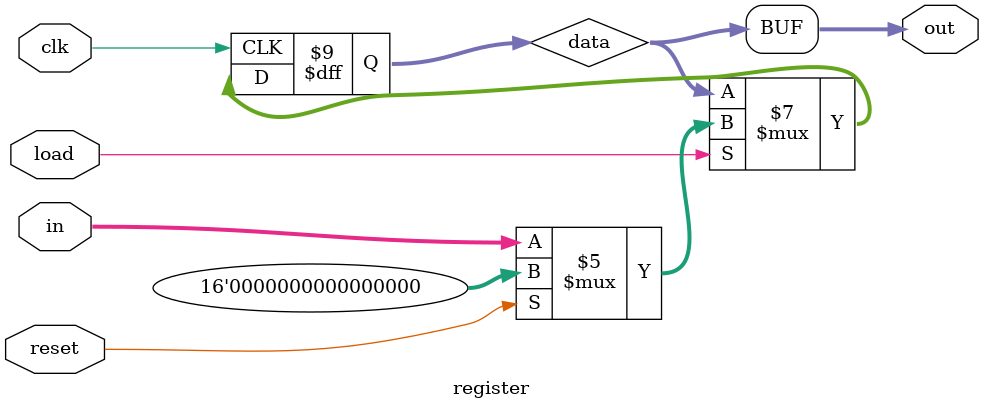
<source format=sv>
module register #(parameter width=16)
(
    input clk,
	 input load,
	 input reset,
	 input [width-1:0] in,
	 output logic [width-1:0] out
);

logic [width-1:0] data;

initial
begin
	data = 1'b0;
end

always_ff @ (posedge clk)
begin
	if(load)
	begin
		if(reset) 
		begin
			data <= 0;
		end
		else
		begin
			data <= in;
		end
	end
end

always_comb
begin
	out = data;
end

endmodule : register
</source>
